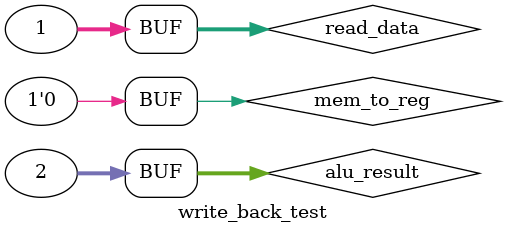
<source format=v>
`timescale 1ns / 1ps


module write_back_test;

	// Inputs
	reg mem_to_reg;
	reg [31:0] read_data;
	reg [31:0] alu_result;


	// Outputs
	
	wire [31:0] write_data;

	// Instantiate the Unit Under Test (UUT)
	write_back uut (
		.mem_to_reg(mem_to_reg), 
		.read_data(read_data), 
		.alu_result(alu_result), 
		.write_data(write_data)
	);

	initial begin
		// Initialize Inputs
		mem_to_reg = 1;
		read_data = 1;
		alu_result = 2;

		// Wait 100 ns for global reset to finish
		#100;
		mem_to_reg = 0;
		read_data = 1;
		alu_result = 2;

		// Wait 100 ns for global reset to finish
		#100;
        
		// Add stimulus here

	end
      
endmodule


</source>
